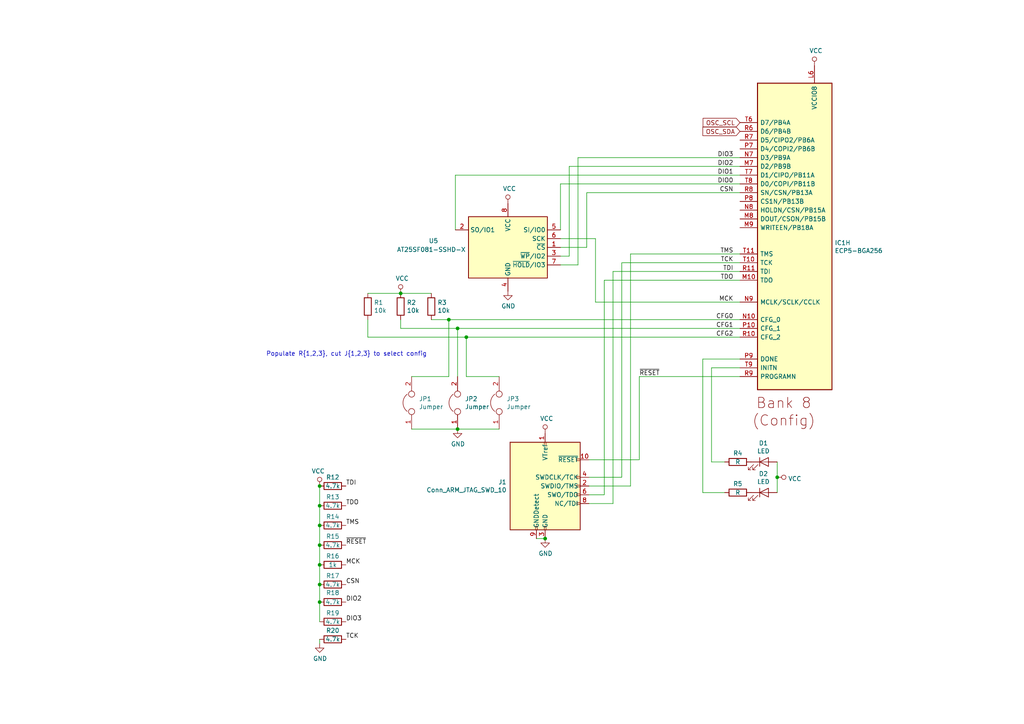
<source format=kicad_sch>
(kicad_sch (version 20200714) (host eeschema "5.99.0-unknown-a61ea1f~102~ubuntu20.04.1")
  (page 1 6)
  (paper "A4")
  (lib_symbols
    (symbol "Connector:Conn_ARM_JTAG_SWD_10"
      (property "Reference" "J" (at -2.54 16.51 0))
      (property "Value" "Conn_ARM_JTAG_SWD_10" (at -2.54 13.97 0))
      (symbol "Conn_ARM_JTAG_SWD_10_0_1"
        (rectangle (start -10.16 12.7) (end 10.16 -12.7) (stroke (width 0.254)) (fill (type background)))
        (rectangle (start -2.794 -12.7) (end -2.286 -11.684))
        (rectangle (start -0.254 -12.7) (end 0.254 -11.684))
        (rectangle (start -0.254 12.7) (end 0.254 11.684))
        (rectangle (start 9.144 2.286) (end 10.16 2.794))
        (rectangle (start 10.16 -2.794) (end 9.144 -2.286))
        (rectangle (start 10.16 -0.254) (end 9.144 0.254))
        (rectangle (start 10.16 7.874) (end 9.144 7.366))
      )
      (symbol "Conn_ARM_JTAG_SWD_10_1_1"
        (rectangle (start 9.144 -5.334) (end 10.16 -4.826))
        (pin power_in line (at 0 15.24 270) (length 2.54) (name "VTref") (number "1"))
        (pin open_collector line (at 12.7 7.62 180) (length 2.54) (name "~RESET~") (number "10"))
        (pin bidirectional line (at 12.7 0 180) (length 2.54) (name "SWDIO/TMS") (number "2"))
        (pin power_in line (at 0 -15.24 90) (length 2.54) (name "GND") (number "3"))
        (pin output line (at 12.7 2.54 180) (length 2.54) (name "SWDCLK/TCK") (number "4"))
        (pin passive line (at 0 -15.24 90) (length 2.54) hide (name "GND") (number "5"))
        (pin input line (at 12.7 -2.54 180) (length 2.54) (name "SWO/TDO") (number "6"))
        (pin unconnected line (at -10.16 0 0) (length 2.54) hide (name "KEY") (number "7"))
        (pin output line (at 12.7 -5.08 180) (length 2.54) (name "NC/TDI") (number "8"))
        (pin passive line (at -2.54 -15.24 90) (length 2.54) (name "GNDDetect") (number "9"))
      )
    )
    (symbol "Device:Jumper" (pin_names (offset 0.762) hide)
      (property "Reference" "JP" (at 0 3.81 0))
      (property "Value" "Jumper" (at 0 -2.032 0))
      (symbol "Jumper_0_1"
        (arc (start -2.4892 1.27) (end 2.5146 1.27) (radius (at 0 -0.6604) (length 3.175) (angles 142.6 37.3)))
        (circle (center -2.54 0) (radius 0.889))
        (circle (center 2.54 0) (radius 0.889))
        (pin passive line (at -7.62 0 0) (length 4.191) (name "1") (number "1"))
        (pin passive line (at 7.62 0 180) (length 4.191) (name "2") (number "2"))
      )
    )
    (symbol "Device:LED" (pin_numbers hide) (pin_names hide)
      (property "Reference" "D" (at 0 2.54 0))
      (property "Value" "LED" (at 0 -2.54 0))
      (symbol "LED_0_1"
        (polyline (pts (xy -1.27 -1.27) (xy -1.27 1.27)) (stroke (width 0.2032)))
        (polyline (pts (xy -1.27 0) (xy 1.27 0)))
        (polyline (pts (xy 1.27 -1.27) (xy 1.27 1.27) (xy -1.27 0) (xy 1.27 -1.27)) (stroke (width 0.2032)))
        (polyline (pts (xy -3.048 -0.762) (xy -4.572 -2.286) (xy -3.81 -2.286) (xy -4.572 -2.286) (xy -4.572 -1.524)))
        (polyline (pts (xy -1.778 -0.762) (xy -3.302 -2.286) (xy -2.54 -2.286) (xy -3.302 -2.286) (xy -3.302 -1.524)))
      )
      (symbol "LED_1_1"
        (pin passive line (at -3.81 0 0) (length 2.54) (name "K") (number "1"))
        (pin passive line (at 3.81 0 180) (length 2.54) (name "A") (number "2"))
      )
    )
    (symbol "Device:R" (pin_numbers hide) (pin_names (offset 0))
      (property "Reference" "R" (at 2.032 0 90))
      (property "Value" "R" (at 0 0 90))
      (symbol "R_0_1"
        (rectangle (start -1.016 -2.54) (end 1.016 2.54) (stroke (width 0.254)))
      )
      (symbol "R_1_1"
        (pin passive line (at 0 3.81 270) (length 1.27) (name "~") (number "1"))
        (pin passive line (at 0 -3.81 90) (length 1.27) (name "~") (number "2"))
      )
    )
    (symbol "Memory_Flash:AT25SF081-SSHD-X" (pin_names (offset 0.508))
      (property "Reference" "U" (at 2.54 12.7 0))
      (property "Value" "AT25SF081-SSHD-X" (at 10.16 10.16 0))
      (symbol "AT25SF081-SSHD-X_1_1"
        (rectangle (start -11.43 8.89) (end 11.43 -8.89) (stroke (width 0.254)) (fill (type background)))
        (pin input line (at -15.24 0 0) (length 3.81) (name "~CS") (number "1"))
        (pin bidirectional line (at 15.24 5.08 180) (length 3.81) (name "SO/IO1") (number "2"))
        (pin bidirectional line (at -15.24 -2.54 0) (length 3.81) (name "~WP~/IO2") (number "3"))
        (pin power_in line (at 0 -12.7 90) (length 3.81) (name "GND") (number "4"))
        (pin bidirectional line (at -15.24 5.08 0) (length 3.81) (name "SI/IO0") (number "5"))
        (pin input line (at -15.24 2.54 0) (length 3.81) (name "SCK") (number "6"))
        (pin bidirectional line (at -15.24 -5.08 0) (length 3.81) (name "~HOLD~/IO3") (number "7"))
        (pin power_in line (at 0 12.7 270) (length 3.81) (name "VCC") (number "8"))
      )
    )
    (symbol "mini_mipi:ECP5-BGA256" (pin_names (offset 0.762))
      (property "Reference" "IC" (at -2.54 1.27 0))
      (property "Value" "ECP5-BGA256" (at 10.16 1.27 0))
      (symbol "ECP5-BGA256_8_0"
        (text "(Config)" (at 13.97 -97.79 0) (effects (font (size 2.9972 2.9972))))
        (text "Bank 8" (at 13.97 -92.71 0) (effects (font (size 2.9972 2.9972))))
      )
      (symbol "ECP5-BGA256_1_1"
        (text "FPGA Supplies" (at 19.05 -76.2 0) (effects (font (size 2.9972 2.9972))))
        (pin power_in line (at 38.1 -2.54 180) (length 5.08) (name "GND_1") (number "A1"))
        (pin power_in line (at 38.1 -5.08 180) (length 5.08) (name "GND_2") (number "A16"))
        (pin power_in line (at 38.1 -10.16 180) (length 5.08) (name "GND_4") (number "D15"))
        (pin power_in line (at 38.1 -7.62 180) (length 5.08) (name "GND_3") (number "D2"))
        (pin power_in line (at 38.1 -12.7 180) (length 5.08) (name "GND_5") (number "F8"))
        (pin power_in line (at 38.1 -15.24 180) (length 5.08) (name "GND_6") (number "F9"))
        (pin power_in line (at 38.1 -20.32 180) (length 5.08) (name "GND_8") (number "G10"))
        (pin power_in line (at 0 -66.04 0) (length 5.08) (name "VCCAUX_1") (number "G11"))
        (pin power_in line (at 0 -2.54 0) (length 5.08) (name "VCC_1") (number "G6"))
        (pin power_in line (at 0 -5.08 0) (length 5.08) (name "VCC_2") (number "G7"))
        (pin power_in line (at 38.1 -17.78 180) (length 5.08) (name "GND_7") (number "G8"))
        (pin power_in line (at 0 -7.62 0) (length 5.08) (name "VCC_3") (number "G9"))
        (pin power_in line (at 38.1 -22.86 180) (length 5.08) (name "GND_9") (number "H1"))
        (pin power_in line (at 38.1 -30.48 180) (length 5.08) (name "GND_12") (number "H10"))
        (pin power_in line (at 38.1 -33.02 180) (length 5.08) (name "GND_13") (number "H16"))
        (pin power_in line (at 38.1 -25.4 180) (length 5.08) (name "GND_10") (number "H8"))
        (pin power_in line (at 38.1 -27.94 180) (length 5.08) (name "GND_11") (number "H9"))
        (pin power_in line (at 38.1 -40.64 180) (length 5.08) (name "GND_16") (number "J10"))
        (pin power_in line (at 38.1 -35.56 180) (length 5.08) (name "GND_14") (number "J8"))
        (pin power_in line (at 38.1 -38.1 180) (length 5.08) (name "GND_15") (number "J9"))
        (pin power_in line (at 38.1 -53.34 180) (length 5.08) (name "GND_21") (number "K10"))
        (pin power_in line (at 38.1 -43.18 180) (length 5.08) (name "GND_17") (number "K6"))
        (pin power_in line (at 38.1 -45.72 180) (length 5.08) (name "GND_18") (number "K7"))
        (pin power_in line (at 38.1 -48.26 180) (length 5.08) (name "GND_19") (number "K8"))
        (pin power_in line (at 38.1 -50.8 180) (length 5.08) (name "GND_20") (number "K9"))
        (pin power_in line (at 0 -15.24 0) (length 5.08) (name "VCC_6") (number "L10"))
        (pin power_in line (at 0 -68.58 0) (length 5.08) (name "VCCAUX_2") (number "L7"))
        (pin power_in line (at 0 -10.16 0) (length 5.08) (name "VCC_4") (number "L8"))
        (pin power_in line (at 0 -12.7 0) (length 5.08) (name "VCC_5") (number "L9"))
        (pin power_in line (at 38.1 -58.42 180) (length 5.08) (name "GND_23") (number "N15"))
        (pin power_in line (at 38.1 -55.88 180) (length 5.08) (name "GND_22") (number "N2"))
        (pin power_in line (at 38.1 -60.96 180) (length 5.08) (name "GND_24") (number "T1"))
        (pin power_in line (at 38.1 -66.04 180) (length 5.08) (name "GND_26") (number "T12"))
        (pin bidirectional line (at 38.1 -68.58 180) (length 5.08) (name "GND_27") (number "T16"))
        (pin power_in line (at 38.1 -63.5 180) (length 5.08) (name "GND_25") (number "T5"))
      )
      (symbol "ECP5-BGA256_2_1"
        (text "Bank 0" (at 10.16 -78.74 0) (effects (font (size 2.9972 2.9972))))
        (rectangle (start 0 0) (end 19.05 -74.93) (stroke (width 0.3048)) (fill (type background)))
        (pin bidirectional line (at 24.13 -11.43 180) (length 5.08) (name "PT4A") (number "A2"))
        (pin bidirectional line (at 24.13 -16.51 180) (length 5.08) (name "PT6A") (number "A3"))
        (pin bidirectional line (at 24.13 -19.05 180) (length 5.08) (name "PT6B") (number "A4"))
        (pin bidirectional line (at 24.13 -43.18 180) (length 5.08) (name "PT18A") (number "A5"))
        (pin bidirectional line (at 24.13 -45.72 180) (length 5.08) (name "PT18B") (number "A6"))
        (pin bidirectional line (at 24.13 -68.58 180) (length 5.08) (name "PT29A") (number "A7"))
        (pin bidirectional line (at 24.13 -71.12 180) (length 5.08) (name "PT29B") (number "A8"))
        (pin bidirectional line (at 24.13 -13.97 180) (length 5.08) (name "PT4B") (number "B3"))
        (pin bidirectional line (at 24.13 -29.21 180) (length 5.08) (name "PT11B") (number "B4"))
        (pin bidirectional line (at 24.13 -39.37 180) (length 5.08) (name "PT15B") (number "B5"))
        (pin bidirectional line (at 24.13 -55.88 180) (length 5.08) (name "PT22B") (number "B6"))
        (pin bidirectional line (at 24.13 -66.04 180) (length 5.08) (name "PT27B") (number "B7"))
        (pin bidirectional line (at 24.13 -26.67 180) (length 5.08) (name "PT11A") (number "C4"))
        (pin bidirectional line (at 24.13 -36.83 180) (length 5.08) (name "PT15A") (number "C5"))
        (pin bidirectional line (at 24.13 -53.34 180) (length 5.08) (name "PT22A") (number "C6"))
        (pin bidirectional line (at 24.13 -63.5 180) (length 5.08) (name "PT27A") (number "C7"))
        (pin bidirectional line (at 24.13 -24.13 180) (length 5.08) (name "PT9B") (number "D4"))
        (pin bidirectional line (at 24.13 -34.29 180) (length 5.08) (name "PT13B") (number "D5"))
        (pin bidirectional line (at 24.13 -50.8 180) (length 5.08) (name "PT20B") (number "D6"))
        (pin bidirectional line (at 24.13 -60.96 180) (length 5.08) (name "PT24B") (number "D7"))
        (pin bidirectional line (at 24.13 -21.59 180) (length 5.08) (name "PT9A") (number "E4"))
        (pin bidirectional line (at 24.13 -31.75 180) (length 5.08) (name "PT13A") (number "E5"))
        (pin bidirectional line (at 24.13 -48.26 180) (length 5.08) (name "PT20A") (number "E6"))
        (pin bidirectional line (at 24.13 -58.42 180) (length 5.08) (name "PT24A") (number "E7"))
        (pin power_in line (at 7.62 5.08 270) (length 5.08) (name "VCCIO0_1") (number "F6"))
        (pin power_in line (at 5.08 5.08 270) (length 5.08) (name "VCCIO0_2") (number "F7"))
      )
      (symbol "ECP5-BGA256_3_1"
        (text "Bank 1" (at 8.89 -96.52 0) (effects (font (size 2.9972 2.9972))))
        (pin bidirectional line (at 26.67 -34.29 180) (length 5.08) (name "PT42B") (number "A10"))
        (pin bidirectional line (at 26.67 -57.15 180) (length 5.08) (name "PT53A") (number "A11"))
        (pin bidirectional line (at 26.67 -59.69 180) (length 5.08) (name "PT53B") (number "A12"))
        (pin bidirectional line (at 26.67 -82.55 180) (length 5.08) (name "PT65A") (number "A13"))
        (pin bidirectional line (at 26.67 -85.09 180) (length 5.08) (name "PT65B") (number "A14"))
        (pin bidirectional line (at 26.67 -90.17 180) (length 5.08) (name "PT67B") (number "A15"))
        (pin bidirectional line (at 26.67 -31.75 180) (length 5.08) (name "PT42A") (number "A9"))
        (pin bidirectional line (at 26.67 -36.83 180) (length 5.08) (name "PT44A") (number "B10"))
        (pin bidirectional line (at 26.67 -46.99 180) (length 5.08) (name "PT49A") (number "B11"))
        (pin bidirectional line (at 26.67 -62.23 180) (length 5.08) (name "PT56A") (number "B12"))
        (pin bidirectional line (at 26.67 -72.39 180) (length 5.08) (name "PT60A") (number "B13"))
        (pin bidirectional line (at 26.67 -87.63 180) (length 5.08) (name "PT67A") (number "B14"))
        (pin bidirectional line (at 26.67 -19.05 180) (length 5.08) (name "PT35B") (number "B8"))
        (pin bidirectional line (at 26.67 -21.59 180) (length 5.08) (name "PT38A") (number "B9"))
        (pin bidirectional line (at 26.67 -39.37 180) (length 5.08) (name "PT44B") (number "C10"))
        (pin bidirectional line (at 26.67 -49.53 180) (length 5.08) (name "PT49B") (number "C11"))
        (pin bidirectional line (at 26.67 -64.77 180) (length 5.08) (name "PT56B") (number "C12"))
        (pin bidirectional line (at 26.67 -74.93 180) (length 5.08) (name "PT60B") (number "C13"))
        (pin bidirectional line (at 26.67 -16.51 180) (length 5.08) (name "PT35A") (number "C8"))
        (pin bidirectional line (at 26.67 -24.13 180) (length 5.08) (name "PT38B") (number "C9"))
        (pin bidirectional line (at 26.67 -41.91 180) (length 5.08) (name "PT47A") (number "D10"))
        (pin bidirectional line (at 26.67 -52.07 180) (length 5.08) (name "PT51A") (number "D11"))
        (pin bidirectional line (at 26.67 -67.31 180) (length 5.08) (name "PT58A") (number "D12"))
        (pin bidirectional line (at 26.67 -77.47 180) (length 5.08) (name "PT62A") (number "D13"))
        (pin bidirectional line (at 26.67 -13.97 180) (length 5.08) (name "PT33B") (number "D8"))
        (pin bidirectional line (at 26.67 -26.67 180) (length 5.08) (name "PT40A") (number "D9"))
        (pin bidirectional line (at 26.67 -44.45 180) (length 5.08) (name "PT47B") (number "E10"))
        (pin bidirectional line (at 26.67 -54.61 180) (length 5.08) (name "PT51B") (number "E11"))
        (pin bidirectional line (at 26.67 -69.85 180) (length 5.08) (name "PT58B") (number "E12"))
        (pin bidirectional line (at 26.67 -80.01 180) (length 5.08) (name "PT62B") (number "E13"))
        (pin bidirectional line (at 26.67 -11.43 180) (length 5.08) (name "PT33A") (number "E8"))
        (pin bidirectional line (at 26.67 -29.21 180) (length 5.08) (name "PT40B") (number "E9"))
        (pin power_in line (at 6.35 5.08 270) (length 5.08) (name "VCCIO1_1") (number "F10"))
        (pin power_in line (at 3.81 5.08 270) (length 5.08) (name "VCCIO1_2") (number "F11"))
      )
      (symbol "ECP5-BGA256_4_1"
        (text "Bank 2" (at 10.16 -97.79 0) (effects (font (size 2.9972 2.9972))))
        (rectangle (start 0 0) (end 19.05 -93.98) (stroke (width 0.3048)) (fill (type background)))
        (pin bidirectional line (at 24.13 -13.97 180) (length 5.08) (name "PR2B") (number "B15"))
        (pin bidirectional line (at 24.13 -11.43 180) (length 5.08) (name "PR2A") (number "B16"))
        (pin bidirectional line (at 24.13 -16.51 180) (length 5.08) (name "PR2C") (number "C14"))
        (pin bidirectional line (at 24.13 -24.13 180) (length 5.08) (name "PR5B") (number "C15"))
        (pin bidirectional line (at 24.13 -21.59 180) (length 5.08) (name "PR5A") (number "C16"))
        (pin bidirectional line (at 24.13 -19.05 180) (length 5.08) (name "PR2D") (number "D14"))
        (pin bidirectional line (at 24.13 -31.75 180) (length 5.08) (name "PR8A") (number "D16"))
        (pin bidirectional line (at 24.13 -26.67 180) (length 5.08) (name "PR5C") (number "E14"))
        (pin bidirectional line (at 24.13 -34.29 180) (length 5.08) (name "PR8B") (number "E15"))
        (pin bidirectional line (at 24.13 -49.53 180) (length 5.08) (name "PR11D") (number "E16"))
        (pin bidirectional line (at 24.13 -39.37 180) (length 5.08) (name "PR8D") (number "F12"))
        (pin bidirectional line (at 24.13 -36.83 180) (length 5.08) (name "PR8C") (number "F13"))
        (pin bidirectional line (at 24.13 -29.21 180) (length 5.08) (name "PR5D") (number "F14"))
        (pin bidirectional line (at 24.13 -46.99 180) (length 5.08) (name "PR11C") (number "F15"))
        (pin bidirectional line (at 24.13 -52.07 180) (length 5.08) (name "PR14A") (number "F16"))
        (pin bidirectional line (at 24.13 -41.91 180) (length 5.08) (name "PR11A") (number "G12"))
        (pin bidirectional line (at 24.13 -44.45 180) (length 5.08) (name "PR11B") (number "G13"))
        (pin bidirectional line (at 24.13 -57.15 180) (length 5.08) (name "PR14C") (number "G14"))
        (pin bidirectional line (at 24.13 -54.61 180) (length 5.08) (name "PR14B") (number "G15"))
        (pin bidirectional line (at 24.13 -72.39 180) (length 5.08) (name "PR20A") (number "G16"))
        (pin power_in line (at 3.81 5.08 270) (length 5.08) (name "VCCIO2_1") (number "H11"))
        (pin bidirectional line (at 24.13 -62.23 180) (length 5.08) (name "PR17A") (number "H12"))
        (pin bidirectional line (at 24.13 -64.77 180) (length 5.08) (name "PR17B") (number "H13"))
        (pin bidirectional line (at 24.13 -59.69 180) (length 5.08) (name "PR14D") (number "H14"))
        (pin bidirectional line (at 24.13 -74.93 180) (length 5.08) (name "PR20B") (number "H15"))
        (pin power_in line (at 6.35 5.08 270) (length 5.08) (name "VCCIO2_2") (number "J11"))
        (pin bidirectional line (at 24.13 -69.85 180) (length 5.08) (name "PR17D") (number "J12"))
        (pin bidirectional line (at 24.13 -67.31 180) (length 5.08) (name "PR17C") (number "J13"))
        (pin bidirectional line (at 24.13 -77.47 180) (length 5.08) (name "PR20C") (number "J14"))
        (pin bidirectional line (at 24.13 -85.09 180) (length 5.08) (name "PR23B") (number "J15"))
        (pin bidirectional line (at 24.13 -82.55 180) (length 5.08) (name "PR23A") (number "J16"))
        (pin bidirectional line (at 24.13 -80.01 180) (length 5.08) (name "PR20D") (number "K14"))
        (pin bidirectional line (at 24.13 -90.17 180) (length 5.08) (name "PR23D") (number "K15"))
        (pin bidirectional line (at 24.13 -87.63 180) (length 5.08) (name "PR23C") (number "K16"))
      )
      (symbol "ECP5-BGA256_5_1"
        (text "Bank 3" (at 15.24 -96.52 0) (effects (font (size 2.9972 2.9972))))
        (pin power_in line (at 3.81 5.08 270) (length 5.08) (name "VCCIO3_1") (number "K11"))
        (pin bidirectional line (at 25.4 -22.86 180) (length 5.08) (name "PR29B") (number "K12"))
        (pin bidirectional line (at 25.4 -20.32 180) (length 5.08) (name "PR29A") (number "K13"))
        (pin power_in line (at 6.35 5.08 270) (length 5.08) (name "VCCIO3_2") (number "L11"))
        (pin bidirectional line (at 25.4 -27.94 180) (length 5.08) (name "PR29D") (number "L12"))
        (pin bidirectional line (at 25.4 -25.4 180) (length 5.08) (name "PR29C") (number "L13"))
        (pin bidirectional line (at 25.4 -35.56 180) (length 5.08) (name "PR32C") (number "L14"))
        (pin bidirectional line (at 25.4 -12.7 180) (length 5.08) (name "PR26B") (number "L15"))
        (pin bidirectional line (at 25.4 -10.16 180) (length 5.08) (name "PR26A") (number "L16"))
        (pin bidirectional line (at 25.4 -81.28 180) (length 5.08) (name "PR47A") (number "M11"))
        (pin bidirectional line (at 25.4 -76.2 180) (length 5.08) (name "PR44C") (number "M12"))
        (pin bidirectional line (at 25.4 -45.72 180) (length 5.08) (name "PR35C") (number "M13"))
        (pin bidirectional line (at 25.4 -38.1 180) (length 5.08) (name "PR32D") (number "M14"))
        (pin bidirectional line (at 25.4 -17.78 180) (length 5.08) (name "PR26D") (number "M15"))
        (pin bidirectional line (at 25.4 -15.24 180) (length 5.08) (name "PR26C") (number "M16"))
        (pin bidirectional line (at 25.4 -83.82 180) (length 5.08) (name "PR47B") (number "N11"))
        (pin bidirectional line (at 25.4 -78.74 180) (length 5.08) (name "PR44D") (number "N12"))
        (pin bidirectional line (at 25.4 -50.8 180) (length 5.08) (name "PR38A") (number "N13"))
        (pin bidirectional line (at 25.4 -48.26 180) (length 5.08) (name "PR35D") (number "N14"))
        (pin bidirectional line (at 25.4 -30.48 180) (length 5.08) (name "PR32A") (number "N16"))
        (pin bidirectional line (at 25.4 -86.36 180) (length 5.08) (name "PR47C") (number "P11"))
        (pin bidirectional line (at 25.4 -88.9 180) (length 5.08) (name "PR47D") (number "P12"))
        (pin bidirectional line (at 25.4 -60.96 180) (length 5.08) (name "PR41A") (number "P13"))
        (pin bidirectional line (at 25.4 -53.34 180) (length 5.08) (name "PR38B") (number "P14"))
        (pin bidirectional line (at 25.4 -33.02 180) (length 5.08) (name "PR32B") (number "P15"))
        (pin bidirectional line (at 25.4 -40.64 180) (length 5.08) (name "PR35A") (number "P16"))
        (pin bidirectional line (at 25.4 -71.12 180) (length 5.08) (name "PR44A") (number "R12"))
        (pin bidirectional line (at 25.4 -66.04 180) (length 5.08) (name "PR41C") (number "R13"))
        (pin bidirectional line (at 25.4 -63.5 180) (length 5.08) (name "PR41B") (number "R14"))
        (pin bidirectional line (at 25.4 -55.88 180) (length 5.08) (name "PR38C") (number "R15"))
        (pin bidirectional line (at 25.4 -43.18 180) (length 5.08) (name "PR35B") (number "R16"))
        (pin bidirectional line (at 25.4 -73.66 180) (length 5.08) (name "PR44B") (number "T13"))
        (pin bidirectional line (at 25.4 -68.58 180) (length 5.08) (name "PR41D") (number "T14"))
        (pin bidirectional line (at 25.4 -58.42 180) (length 5.08) (name "PR38D") (number "T15"))
      )
      (symbol "ECP5-BGA256_6_1"
        (text "Bank 6" (at 11.43 -110.49 0) (effects (font (size 2.9972 2.9972))))
        (rectangle (start 0 0) (end 19.05 -106.68) (stroke (width 0.3048)) (fill (type background)))
        (pin power_in line (at 3.81 5.08 270) (length 5.08) (name "VCCIO6_1") (number "J6"))
        (pin power_in line (at 6.35 5.08 270) (length 5.08) (name "VCCIO6_2") (number "J7"))
        (pin bidirectional line (at 24.13 -25.4 180) (length 5.08) (name "PL29A") (number "K4"))
        (pin bidirectional line (at 24.13 -27.94 180) (length 5.08) (name "PL29B") (number "K5"))
        (pin bidirectional line (at 24.13 -13.97 180) (length 5.08) (name "PL26A") (number "L1"))
        (pin bidirectional line (at 24.13 -16.51 180) (length 5.08) (name "PL26B") (number "L2"))
        (pin bidirectional line (at 24.13 -41.91 180) (length 5.08) (name "PL32C") (number "L3"))
        (pin bidirectional line (at 24.13 -30.48 180) (length 5.08) (name "PL29C") (number "L4"))
        (pin bidirectional line (at 24.13 -33.02 180) (length 5.08) (name "PL29D") (number "L5"))
        (pin bidirectional line (at 24.13 -19.05 180) (length 5.08) (name "PL26C") (number "M1"))
        (pin bidirectional line (at 24.13 -21.59 180) (length 5.08) (name "PL26D") (number "M2"))
        (pin bidirectional line (at 24.13 -44.45 180) (length 5.08) (name "PL32D") (number "M3"))
        (pin bidirectional line (at 24.13 -53.34 180) (length 5.08) (name "PL35C") (number "M4"))
        (pin bidirectional line (at 24.13 -78.74 180) (length 5.08) (name "PL44C") (number "M5"))
        (pin bidirectional line (at 24.13 -96.52 180) (length 5.08) (name "PL47A") (number "M6"))
        (pin bidirectional line (at 24.13 -36.83 180) (length 5.08) (name "PL32A") (number "N1"))
        (pin bidirectional line (at 24.13 -55.88 180) (length 5.08) (name "PL35D") (number "N3"))
        (pin bidirectional line (at 24.13 -60.96 180) (length 5.08) (name "PL38A") (number "N4"))
        (pin bidirectional line (at 24.13 -81.28 180) (length 5.08) (name "PL44D") (number "N5"))
        (pin bidirectional line (at 24.13 -99.06 180) (length 5.08) (name "PL47B") (number "N6"))
        (pin bidirectional line (at 24.13 -48.26 180) (length 5.08) (name "PL35A") (number "P1"))
        (pin bidirectional line (at 24.13 -39.37 180) (length 5.08) (name "PL32B") (number "P2"))
        (pin bidirectional line (at 24.13 -63.5 180) (length 5.08) (name "PL38B") (number "P3"))
        (pin bidirectional line (at 24.13 -85.09 180) (length 5.08) (name "PL41A") (number "P4"))
        (pin bidirectional line (at 24.13 -101.6 180) (length 5.08) (name "PL47D") (number "P5"))
        (pin bidirectional line (at 24.13 -104.14 180) (length 5.08) (name "PL47C") (number "P6"))
        (pin bidirectional line (at 24.13 -50.8 180) (length 5.08) (name "PL35B") (number "R1"))
        (pin bidirectional line (at 24.13 -66.04 180) (length 5.08) (name "PL38C") (number "R2"))
        (pin bidirectional line (at 24.13 -87.63 180) (length 5.08) (name "PL41B") (number "R3"))
        (pin bidirectional line (at 24.13 -90.17 180) (length 5.08) (name "PL41C") (number "R4"))
        (pin bidirectional line (at 24.13 -73.66 180) (length 5.08) (name "PL44A") (number "R5"))
        (pin bidirectional line (at 24.13 -68.58 180) (length 5.08) (name "PL38D") (number "T2"))
        (pin bidirectional line (at 24.13 -92.71 180) (length 5.08) (name "PL41D") (number "T3"))
        (pin bidirectional line (at 24.13 -76.2 180) (length 5.08) (name "PL44B") (number "T4"))
      )
      (symbol "ECP5-BGA256_7_1"
        (text "Bank 7" (at 12.7 -113.03 0) (effects (font (size 2.9972 2.9972))))
        (rectangle (start 0 0) (end 20.32 -109.22) (stroke (width 0.3048)) (fill (type background)))
        (pin bidirectional line (at 25.4 -10.16 180) (length 5.08) (name "PL2A") (number "B1"))
        (pin bidirectional line (at 25.4 -12.7 180) (length 5.08) (name "PL2B") (number "B2"))
        (pin bidirectional line (at 25.4 -22.86 180) (length 5.08) (name "PL5A") (number "C1"))
        (pin bidirectional line (at 25.4 -25.4 180) (length 5.08) (name "PL5B") (number "C2"))
        (pin bidirectional line (at 25.4 -15.24 180) (length 5.08) (name "PL2C") (number "C3"))
        (pin bidirectional line (at 25.4 -35.56 180) (length 5.08) (name "PL8A") (number "D1"))
        (pin bidirectional line (at 25.4 -17.78 180) (length 5.08) (name "PL2D") (number "D3"))
        (pin bidirectional line (at 25.4 -54.61 180) (length 5.08) (name "PL11D") (number "E1"))
        (pin bidirectional line (at 25.4 -38.1 180) (length 5.08) (name "PL8B") (number "E2"))
        (pin bidirectional line (at 25.4 -27.94 180) (length 5.08) (name "PL5C") (number "E3"))
        (pin bidirectional line (at 25.4 -59.69 180) (length 5.08) (name "PL14A") (number "F1"))
        (pin bidirectional line (at 25.4 -52.07 180) (length 5.08) (name "PL11C") (number "F2"))
        (pin bidirectional line (at 25.4 -30.48 180) (length 5.08) (name "PL5D") (number "F3"))
        (pin bidirectional line (at 25.4 -40.64 180) (length 5.08) (name "PL8C") (number "F4"))
        (pin bidirectional line (at 25.4 -43.18 180) (length 5.08) (name "PL8D") (number "F5"))
        (pin bidirectional line (at 25.4 -82.55 180) (length 5.08) (name "PL20A") (number "G1"))
        (pin bidirectional line (at 25.4 -62.23 180) (length 5.08) (name "PL14B") (number "G2"))
        (pin bidirectional line (at 25.4 -64.77 180) (length 5.08) (name "PL14C") (number "G3"))
        (pin bidirectional line (at 25.4 -49.53 180) (length 5.08) (name "PL11B") (number "G4"))
        (pin bidirectional line (at 25.4 -46.99 180) (length 5.08) (name "PL11A") (number "G5"))
        (pin bidirectional line (at 25.4 -85.09 180) (length 5.08) (name "PL20B") (number "H2"))
        (pin bidirectional line (at 25.4 -67.31 180) (length 5.08) (name "PL14D") (number "H3"))
        (pin bidirectional line (at 25.4 -73.66 180) (length 5.08) (name "PL17B") (number "H4"))
        (pin bidirectional line (at 25.4 -71.12 180) (length 5.08) (name "PL17A") (number "H5"))
        (pin power_in line (at 7.62 5.08 270) (length 5.08) (name "VCCIO7_1") (number "H6"))
        (pin power_in line (at 5.08 5.08 270) (length 5.08) (name "VCCIO7_2") (number "H7"))
        (pin bidirectional line (at 25.4 -95.25 180) (length 5.08) (name "PL23A") (number "J1"))
        (pin bidirectional line (at 25.4 -97.79 180) (length 5.08) (name "PL23B") (number "J2"))
        (pin bidirectional line (at 25.4 -87.63 180) (length 5.08) (name "PL20C") (number "J3"))
        (pin bidirectional line (at 25.4 -76.2 180) (length 5.08) (name "PL17C") (number "J4"))
        (pin bidirectional line (at 25.4 -78.74 180) (length 5.08) (name "PL17D") (number "J5"))
        (pin bidirectional line (at 25.4 -100.33 180) (length 5.08) (name "PL23C") (number "K1"))
        (pin bidirectional line (at 25.4 -102.87 180) (length 5.08) (name "PL23D") (number "K2"))
        (pin bidirectional line (at 25.4 -90.17 180) (length 5.08) (name "PL20D") (number "K3"))
      )
      (symbol "ECP5-BGA256_1_0"
        (rectangle (start 5.08 0) (end 33.02 -71.12) (stroke (width 0.3048)) (fill (type background)))
      )
      (symbol "ECP5-BGA256_3_0"
        (rectangle (start 0 0) (end 21.59 -93.98) (stroke (width 0.3048)) (fill (type background)))
      )
      (symbol "ECP5-BGA256_5_0"
        (rectangle (start 0 0) (end 20.32 -91.44) (stroke (width 0.3048)) (fill (type background)))
      )
      (symbol "ECP5-BGA256_8_1"
        (rectangle (start 0 0) (end 21.59 -88.9) (stroke (width 0.3048)) (fill (type background)))
        (pin power_in line (at 5.08 5.08 270) (length 5.08) (name "VCCIO8") (number "L6"))
        (pin output line (at 26.67 -57.15 180) (length 5.08) (name "TDO") (number "M10"))
        (pin bidirectional line (at 26.67 -24.13 180) (length 5.08) (name "D2/PB9B") (number "M7"))
        (pin bidirectional line (at 26.67 -39.37 180) (length 5.08) (name "DOUT/CSON/PB15B") (number "M8"))
        (pin bidirectional line (at 26.67 -41.91 180) (length 5.08) (name "WRITEEN/PB18A") (number "M9"))
        (pin input line (at 26.67 -68.58 180) (length 5.08) (name "CFG_0") (number "N10"))
        (pin bidirectional line (at 26.67 -21.59 180) (length 5.08) (name "D3/PB9A") (number "N7"))
        (pin bidirectional line (at 26.67 -36.83 180) (length 5.08) (name "HOLDN/CSN/PB15A") (number "N8"))
        (pin bidirectional line (at 26.67 -63.5 180) (length 5.08) (name "MCLK/SCLK/CCLK") (number "N9"))
        (pin input line (at 26.67 -71.12 180) (length 5.08) (name "CFG_1") (number "P10"))
        (pin bidirectional line (at 26.67 -19.05 180) (length 5.08) (name "D4/COPI2/PB6B") (number "P7"))
        (pin bidirectional line (at 26.67 -34.29 180) (length 5.08) (name "CS1N/PB13B") (number "P8"))
        (pin bidirectional line (at 26.67 -80.01 180) (length 5.08) (name "DONE") (number "P9"))
        (pin input line (at 26.67 -73.66 180) (length 5.08) (name "CFG_2") (number "R10"))
        (pin input line (at 26.67 -54.61 180) (length 5.08) (name "TDI") (number "R11"))
        (pin bidirectional line (at 26.67 -13.97 180) (length 5.08) (name "D6/PB4B") (number "R6"))
        (pin bidirectional line (at 26.67 -16.51 180) (length 5.08) (name "D5/CIPO2/PB6A") (number "R7"))
        (pin bidirectional line (at 26.67 -31.75 180) (length 5.08) (name "SN/CSN/PB13A") (number "R8"))
        (pin bidirectional line (at 26.67 -85.09 180) (length 5.08) (name "PROGRAMN") (number "R9"))
        (pin input line (at 26.67 -52.07 180) (length 5.08) (name "TCK") (number "T10"))
        (pin input line (at 26.67 -49.53 180) (length 5.08) (name "TMS") (number "T11"))
        (pin bidirectional line (at 26.67 -11.43 180) (length 5.08) (name "D7/PB4A") (number "T6"))
        (pin bidirectional line (at 26.67 -26.67 180) (length 5.08) (name "D1/CIPO/PB11A") (number "T7"))
        (pin bidirectional line (at 26.67 -29.21 180) (length 5.08) (name "D0/COPI/PB11B") (number "T8"))
        (pin bidirectional line (at 26.67 -82.55 180) (length 5.08) (name "INITN") (number "T9"))
      )
    )
    (symbol "power:GND" (power) (pin_names (offset 0))
      (property "Value" "GND" (at 0 -3.81 0))
      (symbol "GND_0_1"
        (polyline (pts (xy 0 0) (xy 0 -1.27) (xy 1.27 -1.27) (xy 0 -2.54) (xy -1.27 -1.27) (xy 0 -1.27)))
      )
      (symbol "GND_1_1"
        (pin power_in line (at 0 0 270) (length 0) hide (name "GND") (number "1"))
      )
    )
    (symbol "power:VCC" (power) (pin_names (offset 0))
      (property "Value" "VCC" (at 0 3.81 0))
      (symbol "VCC_0_1"
        (circle (center 0 1.905) (radius 0.635))
        (polyline (pts (xy 0 0) (xy 0 1.27)))
      )
      (symbol "VCC_1_1"
        (pin power_in line (at 0 0 90) (length 0) hide (name "VCC") (number "1"))
      )
    )
  )
  (junction (at 92.71 140.97))
  (junction (at 92.71 146.685))
  (junction (at 92.71 152.4))
  (junction (at 92.71 158.115))
  (junction (at 92.71 163.83))
  (junction (at 92.71 169.545))
  (junction (at 92.71 174.625))
  (junction (at 116.205 85.09))
  (junction (at 130.175 92.71))
  (junction (at 132.715 95.25))
  (junction (at 132.715 124.46))
  (junction (at 135.255 97.79))
  (junction (at 158.115 156.21))
  (junction (at 225.425 138.43))
  (wire (pts (xy 92.71 140.97) (xy 92.71 146.685)))
  (wire (pts (xy 92.71 146.685) (xy 92.71 152.4)))
  (wire (pts (xy 92.71 152.4) (xy 92.71 158.115)))
  (wire (pts (xy 92.71 158.115) (xy 92.71 163.83)))
  (wire (pts (xy 92.71 163.83) (xy 92.71 169.545)))
  (wire (pts (xy 92.71 169.545) (xy 92.71 174.625)))
  (wire (pts (xy 92.71 174.625) (xy 92.71 180.34)))
  (wire (pts (xy 92.71 185.42) (xy 92.71 186.69)))
  (wire (pts (xy 106.68 85.09) (xy 116.205 85.09)))
  (wire (pts (xy 106.68 97.79) (xy 106.68 92.71)))
  (wire (pts (xy 116.205 85.09) (xy 125.095 85.09)))
  (wire (pts (xy 116.205 92.71) (xy 116.205 95.25)))
  (wire (pts (xy 116.205 95.25) (xy 132.715 95.25)))
  (wire (pts (xy 119.38 109.22) (xy 130.175 109.22)))
  (wire (pts (xy 119.38 124.46) (xy 132.715 124.46)))
  (wire (pts (xy 125.095 92.71) (xy 130.175 92.71)))
  (wire (pts (xy 130.175 92.71) (xy 130.175 109.22)))
  (wire (pts (xy 132.08 50.8) (xy 132.08 66.675)))
  (wire (pts (xy 132.08 50.8) (xy 214.63 50.8)))
  (wire (pts (xy 132.715 95.25) (xy 132.715 109.22)))
  (wire (pts (xy 132.715 124.46) (xy 144.78 124.46)))
  (wire (pts (xy 135.255 97.79) (xy 106.68 97.79)))
  (wire (pts (xy 135.255 97.79) (xy 135.255 109.22)))
  (wire (pts (xy 135.255 109.22) (xy 144.78 109.22)))
  (wire (pts (xy 155.575 156.21) (xy 158.115 156.21)))
  (wire (pts (xy 162.56 53.34) (xy 162.56 66.675)))
  (wire (pts (xy 162.56 53.34) (xy 214.63 53.34)))
  (wire (pts (xy 162.56 71.755) (xy 170.18 71.755)))
  (wire (pts (xy 162.56 74.295) (xy 165.1 74.295)))
  (wire (pts (xy 162.56 76.835) (xy 167.64 76.835)))
  (wire (pts (xy 165.1 48.26) (xy 165.1 74.295)))
  (wire (pts (xy 165.1 48.26) (xy 214.63 48.26)))
  (wire (pts (xy 167.64 45.72) (xy 167.64 76.835)))
  (wire (pts (xy 167.64 45.72) (xy 214.63 45.72)))
  (wire (pts (xy 170.18 55.88) (xy 170.18 71.755)))
  (wire (pts (xy 170.18 55.88) (xy 214.63 55.88)))
  (wire (pts (xy 170.815 133.35) (xy 185.42 133.35)))
  (wire (pts (xy 170.815 138.43) (xy 180.34 138.43)))
  (wire (pts (xy 170.815 140.97) (xy 182.88 140.97)))
  (wire (pts (xy 170.815 143.51) (xy 175.26 143.51)))
  (wire (pts (xy 170.815 146.05) (xy 177.8 146.05)))
  (wire (pts (xy 172.72 69.215) (xy 162.56 69.215)))
  (wire (pts (xy 172.72 69.215) (xy 172.72 87.63)))
  (wire (pts (xy 172.72 87.63) (xy 214.63 87.63)))
  (wire (pts (xy 175.26 81.28) (xy 214.63 81.28)))
  (wire (pts (xy 175.26 143.51) (xy 175.26 81.28)))
  (wire (pts (xy 177.8 78.74) (xy 214.63 78.74)))
  (wire (pts (xy 177.8 146.05) (xy 177.8 78.74)))
  (wire (pts (xy 180.34 76.2) (xy 214.63 76.2)))
  (wire (pts (xy 180.34 138.43) (xy 180.34 76.2)))
  (wire (pts (xy 182.88 73.66) (xy 214.63 73.66)))
  (wire (pts (xy 182.88 140.97) (xy 182.88 73.66)))
  (wire (pts (xy 185.42 109.22) (xy 185.42 133.35)))
  (wire (pts (xy 185.42 109.22) (xy 214.63 109.22)))
  (wire (pts (xy 203.835 104.14) (xy 214.63 104.14)))
  (wire (pts (xy 203.835 142.875) (xy 203.835 104.14)))
  (wire (pts (xy 203.835 142.875) (xy 210.185 142.875)))
  (wire (pts (xy 206.375 106.68) (xy 206.375 133.985)))
  (wire (pts (xy 206.375 133.985) (xy 210.185 133.985)))
  (wire (pts (xy 214.63 92.71) (xy 130.175 92.71)))
  (wire (pts (xy 214.63 95.25) (xy 132.715 95.25)))
  (wire (pts (xy 214.63 97.79) (xy 135.255 97.79)))
  (wire (pts (xy 214.63 106.68) (xy 206.375 106.68)))
  (wire (pts (xy 225.425 133.985) (xy 225.425 138.43)))
  (wire (pts (xy 225.425 138.43) (xy 225.425 142.875)))
  (text "Populate R{1,2,3}, cut J{1,2,3} to select config" (at 123.825 103.505 180) (effects (font (size 1.27 1.27)) (justify right bottom)))
  (label "TDI" (at 100.33 140.97 0))
  (label "TDO" (at 100.33 146.685 0))
  (label "TMS" (at 100.33 152.4 0))
  (label "~RESET" (at 100.33 158.115 0))
  (label "MCK" (at 100.33 163.83 0))
  (label "CSN" (at 100.33 169.545 0))
  (label "DIO2" (at 100.33 174.625 0))
  (label "DIO3" (at 100.33 180.34 0))
  (label "TCK" (at 100.33 185.42 0))
  (label "~RESET" (at 185.42 109.22 0))
  (label "DIO3" (at 212.725 45.72 180))
  (label "DIO2" (at 212.725 48.26 180))
  (label "DIO1" (at 212.725 50.8 180))
  (label "DIO0" (at 212.725 53.34 180))
  (label "CSN" (at 212.725 55.88 180))
  (label "TMS" (at 212.725 73.66 180))
  (label "TCK" (at 212.725 76.2 180))
  (label "TDI" (at 212.725 78.74 180))
  (label "TDO" (at 212.725 81.28 180))
  (label "MCK" (at 212.725 87.63 180))
  (label "CFG0" (at 212.725 92.71 180))
  (label "CFG1" (at 212.725 95.25 180))
  (label "CFG2" (at 212.725 97.79 180))
  (global_label "OSC_SCL" (shape input) (at 214.63 35.56 180))
  (global_label "OSC_SDA" (shape input) (at 214.63 38.1 180))
  (symbol (lib_id "power:VCC") (at 92.71 140.97 0) (mirror y) (unit 1)
    (property "Reference" "#PWR0148" (effects hide))
    (property "Value" "VCC" (at 92.2782 136.6456 0))
  )
  (symbol (lib_id "power:VCC") (at 116.205 85.09 0) (unit 1)
    (property "Reference" "#PWR0129" (effects hide))
    (property "Value" "VCC" (at 116.6368 80.7656 0))
  )
  (symbol (lib_id "power:VCC") (at 147.32 59.055 0) (unit 1)
    (property "Reference" "#PWR0122" (effects hide))
    (property "Value" "VCC" (at 147.7518 54.7306 0))
  )
  (symbol (lib_id "power:VCC") (at 158.115 125.73 0) (unit 1)
    (property "Reference" "#PWR0124" (effects hide))
    (property "Value" "VCC" (at 158.5468 121.4056 0))
  )
  (symbol (lib_id "power:VCC") (at 225.425 138.43 270) (unit 1)
    (property "Reference" "#PWR0128" (effects hide))
    (property "Value" "VCC" (at 228.6001 138.8618 90) (effects (justify left)))
  )
  (symbol (lib_id "power:VCC") (at 236.22 19.05 0) (unit 1)
    (property "Reference" "#PWR0125" (effects hide))
    (property "Value" "VCC" (at 236.6518 14.7256 0))
  )
  (symbol (lib_id "power:GND") (at 92.71 186.69 0) (unit 1)
    (property "Reference" "#PWR0149" (effects hide))
    (property "Value" "GND" (at 92.8243 191.0144 0))
  )
  (symbol (lib_id "power:GND") (at 132.715 124.46 0) (unit 1)
    (property "Reference" "#PWR0127" (effects hide))
    (property "Value" "GND" (at 132.8293 128.7844 0))
  )
  (symbol (lib_id "power:GND") (at 147.32 84.455 0) (unit 1)
    (property "Reference" "#PWR0123" (effects hide))
    (property "Value" "GND" (at 147.4343 88.7794 0))
  )
  (symbol (lib_id "power:GND") (at 158.115 156.21 0) (unit 1)
    (property "Reference" "#PWR0126" (effects hide))
    (property "Value" "GND" (at 158.2293 160.5344 0))
  )
  (symbol (lib_id "Device:R") (at 96.52 140.97 270) (mirror x) (unit 1)
    (property "Reference" "R12" (at 96.52 138.43 90))
    (property "Value" "4.7k" (at 96.52 140.97 90))
    (property "Footprint" "Resistor_SMD:R_0402_1005Metric" (effects hide))
  )
  (symbol (lib_id "Device:R") (at 96.52 146.685 270) (mirror x) (unit 1)
    (property "Reference" "R13" (at 96.52 144.145 90))
    (property "Value" "4.7k" (at 96.52 146.685 90))
    (property "Footprint" "Resistor_SMD:R_0402_1005Metric" (effects hide))
  )
  (symbol (lib_id "Device:R") (at 96.52 152.4 270) (mirror x) (unit 1)
    (property "Reference" "R14" (at 96.52 149.86 90))
    (property "Value" "4.7k" (at 96.52 152.4 90))
    (property "Footprint" "Resistor_SMD:R_0402_1005Metric" (effects hide))
  )
  (symbol (lib_id "Device:R") (at 96.52 158.115 270) (mirror x) (unit 1)
    (property "Reference" "R15" (at 96.52 155.575 90))
    (property "Value" "4.7k" (at 96.52 158.115 90))
    (property "Footprint" "Resistor_SMD:R_0402_1005Metric" (effects hide))
  )
  (symbol (lib_id "Device:R") (at 96.52 163.83 270) (mirror x) (unit 1)
    (property "Reference" "R16" (at 96.52 161.29 90))
    (property "Value" "1k" (at 96.52 163.83 90))
    (property "Footprint" "Resistor_SMD:R_0402_1005Metric" (effects hide))
  )
  (symbol (lib_id "Device:R") (at 96.52 169.545 270) (mirror x) (unit 1)
    (property "Reference" "R17" (at 96.52 167.005 90))
    (property "Value" "4.7k" (at 96.52 169.545 90))
    (property "Footprint" "Resistor_SMD:R_0402_1005Metric" (effects hide))
  )
  (symbol (lib_id "Device:R") (at 96.52 174.625 90) (mirror x) (unit 1)
    (property "Reference" "R18" (at 96.52 171.9388 90))
    (property "Value" "4.7k" (at 96.52 174.625 90))
    (property "Footprint" "Resistor_SMD:R_0402_1005Metric" (effects hide))
  )
  (symbol (lib_id "Device:R") (at 96.52 180.34 270) (mirror x) (unit 1)
    (property "Reference" "R19" (at 96.52 177.8 90))
    (property "Value" "4.7k" (at 96.52 180.34 90))
    (property "Footprint" "Resistor_SMD:R_0402_1005Metric" (effects hide))
  )
  (symbol (lib_id "Device:R") (at 96.52 185.42 270) (mirror x) (unit 1)
    (property "Reference" "R20" (at 96.52 182.88 90))
    (property "Value" "4.7k" (at 96.52 185.42 90))
    (property "Footprint" "Resistor_SMD:R_0402_1005Metric" (effects hide))
  )
  (symbol (lib_id "Device:R") (at 106.68 88.9 0) (unit 1)
    (property "Reference" "R1" (at 108.4581 87.7506 0) (effects (justify left)))
    (property "Value" "10k" (at 108.458 90.049 0) (effects (justify left)))
    (property "Footprint" "Resistor_SMD:R_0402_1005Metric" (effects hide))
  )
  (symbol (lib_id "Device:R") (at 116.205 88.9 0) (unit 1)
    (property "Reference" "R2" (at 117.9831 87.7506 0) (effects (justify left)))
    (property "Value" "10k" (at 117.983 90.049 0) (effects (justify left)))
    (property "Footprint" "Resistor_SMD:R_0402_1005Metric" (effects hide))
  )
  (symbol (lib_id "Device:R") (at 125.095 88.9 0) (unit 1)
    (property "Reference" "R3" (at 126.8731 87.7506 0) (effects (justify left)))
    (property "Value" "10k" (at 126.873 90.049 0) (effects (justify left)))
    (property "Footprint" "Resistor_SMD:R_0402_1005Metric" (effects hide))
  )
  (symbol (lib_id "Device:R") (at 213.995 133.985 90) (unit 1)
    (property "Reference" "R4" (at 213.995 131.445 90))
    (property "Value" "R" (at 213.995 133.985 90))
    (property "Footprint" "Resistor_SMD:R_0402_1005Metric" (effects hide))
  )
  (symbol (lib_id "Device:R") (at 213.995 142.875 90) (unit 1)
    (property "Reference" "R5" (at 213.995 140.335 90))
    (property "Value" "R" (at 213.995 142.875 90))
    (property "Footprint" "Resistor_SMD:R_0402_1005Metric" (effects hide))
  )
  (symbol (lib_id "Device:LED") (at 221.615 133.985 0) (unit 1)
    (property "Reference" "D1" (at 221.4245 128.5302 0))
    (property "Value" "LED" (at 221.4245 130.8289 0))
    (property "Footprint" "LED_SMD:LED_0805_2012Metric_Castellated" (effects hide))
  )
  (symbol (lib_id "Device:LED") (at 221.615 142.875 0) (unit 1)
    (property "Reference" "D2" (at 221.4245 137.4202 0))
    (property "Value" "LED" (at 221.4245 139.7189 0))
    (property "Footprint" "LED_SMD:LED_0805_2012Metric_Castellated" (effects hide))
  )
  (symbol (lib_id "Device:Jumper") (at 119.38 116.84 90) (unit 1)
    (property "Reference" "JP1" (at 121.5137 115.6906 90) (effects (justify right)))
    (property "Value" "Jumper" (at 121.5137 117.9893 90) (effects (justify right)))
    (property "Footprint" "Jumper:SolderJumper-2_P1.3mm_Bridged_RoundedPad1.0x1.5mm" (effects hide))
  )
  (symbol (lib_id "Device:Jumper") (at 132.715 116.84 90) (unit 1)
    (property "Reference" "JP2" (at 134.8487 115.6906 90) (effects (justify right)))
    (property "Value" "Jumper" (at 134.8487 117.9893 90) (effects (justify right)))
    (property "Footprint" "Jumper:SolderJumper-2_P1.3mm_Bridged_RoundedPad1.0x1.5mm" (effects hide))
  )
  (symbol (lib_id "Device:Jumper") (at 144.78 116.84 90) (unit 1)
    (property "Reference" "JP3" (at 146.9137 115.6906 90) (effects (justify right)))
    (property "Value" "Jumper" (at 146.9137 117.9893 90) (effects (justify right)))
    (property "Footprint" "Jumper:SolderJumper-2_P1.3mm_Bridged_RoundedPad1.0x1.5mm" (effects hide))
  )
  (symbol (lib_id "Connector:Conn_ARM_JTAG_SWD_10") (at 158.115 140.97 0) (unit 1)
    (property "Reference" "J1" (at 146.9389 139.8206 0) (effects (justify right)))
    (property "Value" "Conn_ARM_JTAG_SWD_10" (at 146.9389 142.1193 0) (effects (justify right)))
    (property "Footprint" "Connector:Tag-Connect_TC2050-IDC-NL_2x05_P1.27mm_Vertical" (effects hide))
    (property "Datasheet" "http://infocenter.arm.com/help/topic/com.arm.doc.ddi0314h/DDI0314H_coresight_components_trm.pdf" (effects hide))
  )
  (symbol (lib_id "Memory_Flash:AT25SF081-SSHD-X") (at 147.32 71.755 0) (mirror y) (unit 1)
    (property "Reference" "U5" (at 125.73 69.85 0))
    (property "Value" "AT25SF081-SSHD-X" (at 125.095 72.39 0))
    (property "Footprint" "Package_SO:SOIC-8_3.9x4.9mm_P1.27mm" (effects hide))
    (property "Datasheet" "https://www.adestotech.com/wp-content/uploads/DS-AT25SF081_045.pdf" (effects hide))
  )
  (symbol (lib_id "mini_mipi:ECP5-BGA256") (at 241.3 24.13 0) (mirror y) (unit 8)
    (property "Reference" "IC1" (at 242.0875 70.4319 0) (effects (justify right)))
    (property "Value" "ECP5-BGA256" (at 242.0875 72.7306 0) (effects (justify right)))
    (property "Footprint" "project:BGA256C80P16X16_1400X1400X170" (effects hide))
    (property "Description" "FPGA - Field Programmable Gate Array ECP5; 12k LUTs; 1.1V" (effects hide))
    (property "Height" "1.7" (effects hide))
    (property "Manufacturer_Name" "Lattice" (effects hide))
    (property "Manufacturer_Part_Number" "LFE5U-12F-6BG256C" (effects hide))
    (property "Mouser Part Number" "842-LFE5U12F6BG256C" (effects hide))
    (property "Mouser Price/Stock" "https://www.mouser.com/Search/Refine.aspx?Keyword=842-LFE5U12F6BG256C" (effects hide))
  )
)
</source>
